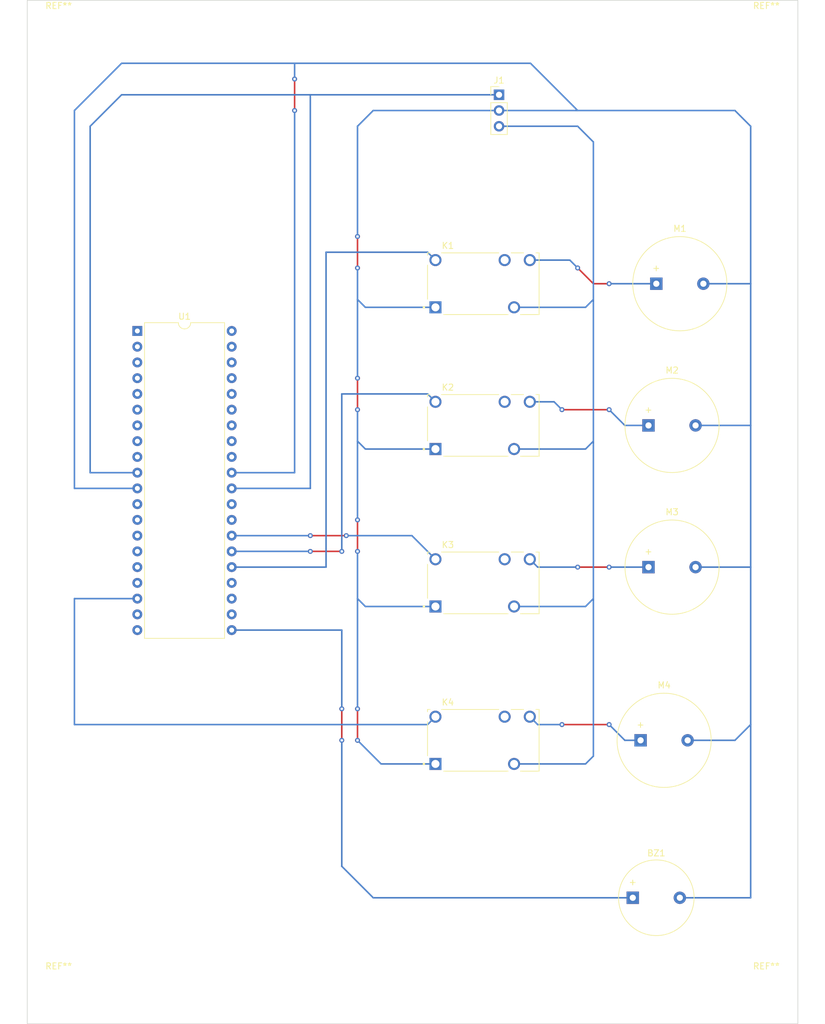
<source format=kicad_pcb>
(kicad_pcb (version 20211014) (generator pcbnew)
  (layers (0 "F.Cu" signal) (31 "B.Cu" signal) (34 "B.Paste" user) (35 "F.Paste" user) (36 "B.SilkS" user "B.Silkscreen") (37 "F.SilkS" user "F.Silkscreen") (38 "B.Mask" user) (39 "F.Mask" user) (44 "Edge.Cuts" user))
  (net 0 "")
  (net 1 "Net-(BZ1-Pad1)")
  (net 2 "Net-(BZ1-Pad2)")
  (net 3 "Net-(J1-Pad1)")
  (net 4 "Net-(J1-Pad3)")
  (net 5 "Net-(K1-PadA2)")
  (net 7 "Net-(K1-Pad14)")
  (net 8 "Net-(K2-PadA2)")
  (net 10 "Net-(K2-Pad14)")
  (net 11 "Net-(K3-PadA2)")
  (net 13 "Net-(K3-Pad14)")
  (net 14 "Net-(K4-PadA2)")
  (net 16 "Net-(K4-Pad14)")
  (footprint "MountingHole:MountingHole_3.2mm_M3" (layer "F.Cu") (at 33.02 30.48)
    (fp_text reference "REF**" (at 0 -4.2) (layer "F.SilkS"))
    (fp_text value "MountingHole_3.2mm_M3")
    (pad "" np_thru_hole circle (at 0 0) (size 3.2 3.2) (drill 3.2) (layers *.Cu *.Mask))
  )
  (footprint "Buzzer_Beeper:Buzzer_15x7.5RM7.6" (layer "F.Cu") (at 129.54 71.12)
    (fp_text reference "M1" (at 3.81 -8.89) (layer "F.SilkS"))
    (fp_text value "Motor_DC")
    (fp_text user "+" (at -0.01 -2.54) (layer "F.SilkS"))
    (fp_circle (center 3.8 0) (end 11.4 0) (layer "F.SilkS") (width 0.12) (fill none))
    (pad "1" thru_hole rect (at 0 0) (size 2 2) (drill 1) (layers *.Cu *.Mask) (net 7 "Net-(K1-Pad14)"))
    (pad "2" thru_hole circle (at 7.6 0) (size 2 2) (drill 1) (layers *.Cu *.Mask) (net 2 "Net-(BZ1-Pad2)"))
  )
  (footprint "MountingHole:MountingHole_3.2mm_M3" (layer "F.Cu") (at 33.02 185.42)
    (fp_text reference "REF**" (at 0 -4.2) (layer "F.SilkS"))
    (fp_text value "MountingHole_3.2mm_M3")
    (pad "" np_thru_hole circle (at 0 0) (size 3.2 3.2) (drill 3.2) (layers *.Cu *.Mask))
  )
  (footprint "Connector_PinHeader_2.54mm:PinHeader_1x03_P2.54mm_Vertical" (layer "F.Cu") (at 104.14 40.64)
    (fp_text reference "J1" (at 0 -2.33) (layer "F.SilkS"))
    (fp_text value "Conn_01x03")
    (fp_line (start -1.33 -1.33) (end 0 -1.33) (layer "F.SilkS") (width 0.12))
    (fp_line (start -1.33 0) (end -1.33 -1.33) (layer "F.SilkS") (width 0.12))
    (fp_line (start -1.33 1.27) (end -1.33 6.41) (layer "F.SilkS") (width 0.12))
    (fp_line (start 1.33 1.27) (end 1.33 6.41) (layer "F.SilkS") (width 0.12))
    (fp_line (start -1.33 6.41) (end 1.33 6.41) (layer "F.SilkS") (width 0.12))
    (fp_line (start -1.33 1.27) (end 1.33 1.27) (layer "F.SilkS") (width 0.12))
    (pad "1" thru_hole rect (at 0 0) (size 1.7 1.7) (drill 1) (layers *.Cu *.Mask) (net 3 "Net-(J1-Pad1)"))
    (pad "2" thru_hole oval (at 0 2.54) (size 1.7 1.7) (drill 1) (layers *.Cu *.Mask) (net 2 "Net-(BZ1-Pad2)"))
    (pad "3" thru_hole oval (at 0 5.08) (size 1.7 1.7) (drill 1) (layers *.Cu *.Mask) (net 4 "Net-(J1-Pad3)"))
  )
  (footprint "Buzzer_Beeper:Buzzer_12x9.5RM7.6" (layer "F.Cu") (at 125.74 170.18)
    (fp_text reference "BZ1" (at 3.8 -7.2) (layer "F.SilkS"))
    (fp_text value "Buzzer")
    (fp_text user "+" (at -0.01 -2.54) (layer "F.SilkS"))
    (fp_circle (center 3.8 0) (end 9.9 0) (layer "F.SilkS") (width 0.12) (fill none))
    (pad "1" thru_hole rect (at 0 0) (size 2 2) (drill 1) (layers *.Cu *.Mask) (net 1 "Net-(BZ1-Pad1)"))
    (pad "2" thru_hole circle (at 7.6 0) (size 2 2) (drill 1) (layers *.Cu *.Mask) (net 2 "Net-(BZ1-Pad2)"))
  )
  (footprint "relay:RELAY_J0971CS5VDC.45" (layer "F.Cu") (at 101.6 119.38)
    (fp_text reference "K3" (at -5.725 -6.135) (layer "F.SilkS"))
    (fp_text value "J0971CS5VDC.45")
    (fp_line (start -9.01 -3) (end -9.01 2.5) (layer "F.SilkS") (width 0.127))
    (fp_line (start 8.5 -4.975) (end 9.01 -4.975) (layer "F.SilkS") (width 0.127))
    (fp_line (start -6.75 -4.975) (end 2.5 -4.975) (layer "F.SilkS") (width 0.127))
    (fp_line (start 9.01 4.975) (end 9.01 -4.975) (layer "F.SilkS") (width 0.127))
    (fp_line (start 6 4.975) (end 9.01 4.975) (layer "F.SilkS") (width 0.127))
    (fp_line (start 4.5 -4.975) (end 6.5 -4.975) (layer "F.SilkS") (width 0.127))
    (fp_line (start -6.4 4.975) (end 4 4.975) (layer "F.SilkS") (width 0.127))
    (fp_line (start -9.01 -4.975) (end -8.6 -4.975) (layer "F.SilkS") (width 0.127))
    (fp_line (start -9.01 -4.975) (end -9.01 -4.6) (layer "F.SilkS") (width 0.127))
    (fp_circle (center -9.6 3.81) (end -9.5 3.81) (layer "F.SilkS") (width 0.2) (fill none))
    (pad "11" thru_hole circle locked (at 4.97 3.81) (size 1.95 1.95) (drill 1.3) (layers *.Cu *.Mask) (net 4 "Net-(J1-Pad3)"))
    (pad "12" thru_hole circle locked (at 3.446 -3.81) (size 1.95 1.95) (drill 1.3) (layers *.Cu *.Mask))
    (pad "14" thru_hole circle locked (at 7.51 -3.81) (size 1.95 1.95) (drill 1.3) (layers *.Cu *.Mask) (net 13 "Net-(K3-Pad14)"))
    (pad "A1" thru_hole rect locked (at -7.73 3.81) (size 1.95 1.95) (drill 1.3) (layers *.Cu *.Mask) (net 2 "Net-(BZ1-Pad2)"))
    (pad "A2" thru_hole circle locked (at -7.73 -3.81) (size 1.95 1.95) (drill 1.3) (layers *.Cu *.Mask) (net 11 "Net-(K3-PadA2)"))
  )
  (footprint "MountingHole:MountingHole_3.2mm_M3" (layer "F.Cu") (at 147.32 30.48)
    (fp_text reference "REF**" (at 0 -4.2) (layer "F.SilkS"))
    (fp_text value "MountingHole_3.2mm_M3")
    (pad "" np_thru_hole circle (at 0 0) (size 3.2 3.2) (drill 3.2) (layers *.Cu *.Mask))
  )
  (footprint "Buzzer_Beeper:Buzzer_15x7.5RM7.6" (layer "F.Cu") (at 128.28 116.84)
    (fp_text reference "M3" (at 3.81 -8.89) (layer "F.SilkS"))
    (fp_text value "Motor_DC")
    (fp_text user "+" (at -0.01 -2.54) (layer "F.SilkS"))
    (fp_circle (center 3.8 0) (end 11.4 0) (layer "F.SilkS") (width 0.12) (fill none))
    (pad "1" thru_hole rect (at 0 0) (size 2 2) (drill 1) (layers *.Cu *.Mask) (net 13 "Net-(K3-Pad14)"))
    (pad "2" thru_hole circle (at 7.6 0) (size 2 2) (drill 1) (layers *.Cu *.Mask) (net 2 "Net-(BZ1-Pad2)"))
  )
  (footprint "Package_DIP:DIP-40_W15.24mm" (layer "F.Cu") (at 45.72 78.74)
    (fp_text reference "U1" (at 7.62 -2.33) (layer "F.SilkS"))
    (fp_text value "ATmega32A-P")
    (fp_line (start 14.08 -1.33) (end 8.62 -1.33) (layer "F.SilkS") (width 0.12))
    (fp_line (start 14.08 49.59) (end 14.08 -1.33) (layer "F.SilkS") (width 0.12))
    (fp_line (start 6.62 -1.33) (end 1.16 -1.33) (layer "F.SilkS") (width 0.12))
    (fp_line (start 1.16 49.59) (end 14.08 49.59) (layer "F.SilkS") (width 0.12))
    (fp_line (start 1.16 -1.33) (end 1.16 49.59) (layer "F.SilkS") (width 0.12))
    (fp_arc (start 8.62 -1.33) (mid 7.62 -0.33) (end 6.62 -1.33) (layer "F.SilkS") (width 0.12))
    (pad "1" thru_hole rect (at 0 0) (size 1.6 1.6) (drill 0.8) (layers *.Cu *.Mask))
    (pad "2" thru_hole oval (at 0 2.54) (size 1.6 1.6) (drill 0.8) (layers *.Cu *.Mask))
    (pad "3" thru_hole oval (at 0 5.08) (size 1.6 1.6) (drill 0.8) (layers *.Cu *.Mask))
    (pad "4" thru_hole oval (at 0 7.62) (size 1.6 1.6) (drill 0.8) (layers *.Cu *.Mask))
    (pad "5" thru_hole oval (at 0 10.16) (size 1.6 1.6) (drill 0.8) (layers *.Cu *.Mask))
    (pad "6" thru_hole oval (at 0 12.7) (size 1.6 1.6) (drill 0.8) (layers *.Cu *.Mask))
    (pad "7" thru_hole oval (at 0 15.24) (size 1.6 1.6) (drill 0.8) (layers *.Cu *.Mask))
    (pad "8" thru_hole oval (at 0 17.78) (size 1.6 1.6) (drill 0.8) (layers *.Cu *.Mask))
    (pad "9" thru_hole oval (at 0 20.32) (size 1.6 1.6) (drill 0.8) (layers *.Cu *.Mask))
    (pad "10" thru_hole oval (at 0 22.86) (size 1.6 1.6) (drill 0.8) (layers *.Cu *.Mask) (net 3 "Net-(J1-Pad1)"))
    (pad "11" thru_hole oval (at 0 25.4) (size 1.6 1.6) (drill 0.8) (layers *.Cu *.Mask) (net 2 "Net-(BZ1-Pad2)"))
    (pad "12" thru_hole oval (at 0 27.94) (size 1.6 1.6) (drill 0.8) (layers *.Cu *.Mask))
    (pad "13" thru_hole oval (at 0 30.48) (size 1.6 1.6) (drill 0.8) (layers *.Cu *.Mask))
    (pad "14" thru_hole oval (at 0 33.02) (size 1.6 1.6) (drill 0.8) (layers *.Cu *.Mask))
    (pad "15" thru_hole oval (at 0 35.56) (size 1.6 1.6) (drill 0.8) (layers *.Cu *.Mask))
    (pad "16" thru_hole oval (at 0 38.1) (size 1.6 1.6) (drill 0.8) (layers *.Cu *.Mask))
    (pad "17" thru_hole oval (at 0 40.64) (size 1.6 1.6) (drill 0.8) (layers *.Cu *.Mask))
    (pad "18" thru_hole oval (at 0 43.18) (size 1.6 1.6) (drill 0.8) (layers *.Cu *.Mask) (net 14 "Net-(K4-PadA2)"))
    (pad "19" thru_hole oval (at 0 45.72) (size 1.6 1.6) (drill 0.8) (layers *.Cu *.Mask))
    (pad "20" thru_hole oval (at 0 48.26) (size 1.6 1.6) (drill 0.8) (layers *.Cu *.Mask))
    (pad "21" thru_hole oval (at 15.24 48.26) (size 1.6 1.6) (drill 0.8) (layers *.Cu *.Mask) (net 1 "Net-(BZ1-Pad1)"))
    (pad "22" thru_hole oval (at 15.24 45.72) (size 1.6 1.6) (drill 0.8) (layers *.Cu *.Mask))
    (pad "23" thru_hole oval (at 15.24 43.18) (size 1.6 1.6) (drill 0.8) (layers *.Cu *.Mask))
    (pad "24" thru_hole oval (at 15.24 40.64) (size 1.6 1.6) (drill 0.8) (layers *.Cu *.Mask))
    (pad "25" thru_hole oval (at 15.24 38.1) (size 1.6 1.6) (drill 0.8) (layers *.Cu *.Mask) (net 5 "Net-(K1-PadA2)"))
    (pad "26" thru_hole oval (at 15.24 35.56) (size 1.6 1.6) (drill 0.8) (layers *.Cu *.Mask) (net 8 "Net-(K2-PadA2)"))
    (pad "27" thru_hole oval (at 15.24 33.02) (size 1.6 1.6) (drill 0.8) (layers *.Cu *.Mask) (net 11 "Net-(K3-PadA2)"))
    (pad "28" thru_hole oval (at 15.24 30.48) (size 1.6 1.6) (drill 0.8) (layers *.Cu *.Mask))
    (pad "29" thru_hole oval (at 15.24 27.94) (size 1.6 1.6) (drill 0.8) (layers *.Cu *.Mask))
    (pad "30" thru_hole oval (at 15.24 25.4) (size 1.6 1.6) (drill 0.8) (layers *.Cu *.Mask) (net 3 "Net-(J1-Pad1)"))
    (pad "31" thru_hole oval (at 15.24 22.86) (size 1.6 1.6) (drill 0.8) (layers *.Cu *.Mask) (net 2 "Net-(BZ1-Pad2)"))
    (pad "32" thru_hole oval (at 15.24 20.32) (size 1.6 1.6) (drill 0.8) (layers *.Cu *.Mask))
    (pad "33" thru_hole oval (at 15.24 17.78) (size 1.6 1.6) (drill 0.8) (layers *.Cu *.Mask))
    (pad "34" thru_hole oval (at 15.24 15.24) (size 1.6 1.6) (drill 0.8) (layers *.Cu *.Mask))
    (pad "35" thru_hole oval (at 15.24 12.7) (size 1.6 1.6) (drill 0.8) (layers *.Cu *.Mask))
    (pad "36" thru_hole oval (at 15.24 10.16) (size 1.6 1.6) (drill 0.8) (layers *.Cu *.Mask))
    (pad "37" thru_hole oval (at 15.24 7.62) (size 1.6 1.6) (drill 0.8) (layers *.Cu *.Mask))
    (pad "38" thru_hole oval (at 15.24 5.08) (size 1.6 1.6) (drill 0.8) (layers *.Cu *.Mask))
    (pad "39" thru_hole oval (at 15.24 2.54) (size 1.6 1.6) (drill 0.8) (layers *.Cu *.Mask))
    (pad "40" thru_hole oval (at 15.24 0) (size 1.6 1.6) (drill 0.8) (layers *.Cu *.Mask))
  )
  (footprint "Buzzer_Beeper:Buzzer_15x7.5RM7.6" (layer "F.Cu") (at 127 144.78)
    (fp_text reference "M4" (at 3.81 -8.89) (layer "F.SilkS"))
    (fp_text value "Motor_DC")
    (fp_text user "+" (at -0.01 -2.54) (layer "F.SilkS"))
    (fp_circle (center 3.8 0) (end 11.4 0) (layer "F.SilkS") (width 0.12) (fill none))
    (pad "1" thru_hole rect (at 0 0) (size 2 2) (drill 1) (layers *.Cu *.Mask) (net 16 "Net-(K4-Pad14)"))
    (pad "2" thru_hole circle (at 7.6 0) (size 2 2) (drill 1) (layers *.Cu *.Mask) (net 2 "Net-(BZ1-Pad2)"))
  )
  (footprint "relay:RELAY_J0971CS5VDC.45" (layer "F.Cu") (at 101.6 71.12)
    (fp_text reference "K1" (at -5.725 -6.135) (layer "F.SilkS"))
    (fp_text value "J0971CS5VDC.45")
    (fp_line (start -9.01 -3) (end -9.01 2.5) (layer "F.SilkS") (width 0.127))
    (fp_line (start 8.5 -4.975) (end 9.01 -4.975) (layer "F.SilkS") (width 0.127))
    (fp_line (start -6.4 4.975) (end 4 4.975) (layer "F.SilkS") (width 0.127))
    (fp_line (start -6.75 -4.975) (end 2.5 -4.975) (layer "F.SilkS") (width 0.127))
    (fp_line (start 6 4.975) (end 9.01 4.975) (layer "F.SilkS") (width 0.127))
    (fp_line (start 9.01 4.975) (end 9.01 -4.975) (layer "F.SilkS") (width 0.127))
    (fp_line (start 4.5 -4.975) (end 6.5 -4.975) (layer "F.SilkS") (width 0.127))
    (fp_line (start -9.01 -4.975) (end -8.6 -4.975) (layer "F.SilkS") (width 0.127))
    (fp_line (start -9.01 -4.975) (end -9.01 -4.6) (layer "F.SilkS") (width 0.127))
    (fp_circle (center -9.6 3.81) (end -9.5 3.81) (layer "F.SilkS") (width 0.2) (fill none))
    (pad "11" thru_hole circle locked (at 4.97 3.81) (size 1.95 1.95) (drill 1.3) (layers *.Cu *.Mask) (net 4 "Net-(J1-Pad3)"))
    (pad "12" thru_hole circle locked (at 3.446 -3.81) (size 1.95 1.95) (drill 1.3) (layers *.Cu *.Mask))
    (pad "14" thru_hole circle locked (at 7.51 -3.81) (size 1.95 1.95) (drill 1.3) (layers *.Cu *.Mask) (net 7 "Net-(K1-Pad14)"))
    (pad "A1" thru_hole rect locked (at -7.73 3.81) (size 1.95 1.95) (drill 1.3) (layers *.Cu *.Mask) (net 2 "Net-(BZ1-Pad2)"))
    (pad "A2" thru_hole circle locked (at -7.73 -3.81) (size 1.95 1.95) (drill 1.3) (layers *.Cu *.Mask) (net 5 "Net-(K1-PadA2)"))
  )
  (footprint "MountingHole:MountingHole_3.2mm_M3" (layer "F.Cu") (at 147.32 185.42)
    (fp_text reference "REF**" (at 0 -4.2) (layer "F.SilkS"))
    (fp_text value "MountingHole_3.2mm_M3")
    (pad "" np_thru_hole circle (at 0 0) (size 3.2 3.2) (drill 3.2) (layers *.Cu *.Mask))
  )
  (footprint "relay:RELAY_J0971CS5VDC.45" (layer "F.Cu") (at 101.6 93.98)
    (fp_text reference "K2" (at -5.725 -6.135) (layer "F.SilkS"))
    (fp_text value "J0971CS5VDC.45")
    (fp_line (start 8.5 -4.975) (end 9.01 -4.975) (layer "F.SilkS") (width 0.127))
    (fp_line (start -9.01 -4.975) (end -9.01 -4.6) (layer "F.SilkS") (width 0.127))
    (fp_line (start -6.4 4.975) (end 4 4.975) (layer "F.SilkS") (width 0.127))
    (fp_line (start 4.5 -4.975) (end 6.5 -4.975) (layer "F.SilkS") (width 0.127))
    (fp_line (start -9.01 -3) (end -9.01 2.5) (layer "F.SilkS") (width 0.127))
    (fp_line (start -6.75 -4.975) (end 2.5 -4.975) (layer "F.SilkS") (width 0.127))
    (fp_line (start 6 4.975) (end 9.01 4.975) (layer "F.SilkS") (width 0.127))
    (fp_line (start 9.01 4.975) (end 9.01 -4.975) (layer "F.SilkS") (width 0.127))
    (fp_line (start -9.01 -4.975) (end -8.6 -4.975) (layer "F.SilkS") (width 0.127))
    (fp_circle (center -9.6 3.81) (end -9.5 3.81) (layer "F.SilkS") (width 0.2) (fill none))
    (pad "11" thru_hole circle locked (at 4.97 3.81) (size 1.95 1.95) (drill 1.3) (layers *.Cu *.Mask) (net 4 "Net-(J1-Pad3)"))
    (pad "12" thru_hole circle locked (at 3.446 -3.81) (size 1.95 1.95) (drill 1.3) (layers *.Cu *.Mask))
    (pad "14" thru_hole circle locked (at 7.51 -3.81) (size 1.95 1.95) (drill 1.3) (layers *.Cu *.Mask) (net 10 "Net-(K2-Pad14)"))
    (pad "A1" thru_hole rect locked (at -7.73 3.81) (size 1.95 1.95) (drill 1.3) (layers *.Cu *.Mask) (net 2 "Net-(BZ1-Pad2)"))
    (pad "A2" thru_hole circle locked (at -7.73 -3.81) (size 1.95 1.95) (drill 1.3) (layers *.Cu *.Mask) (net 8 "Net-(K2-PadA2)"))
  )
  (footprint "Buzzer_Beeper:Buzzer_15x7.5RM7.6" (layer "F.Cu") (at 128.28 93.98)
    (fp_text reference "M2" (at 3.81 -8.89) (layer "F.SilkS"))
    (fp_text value "Motor_DC")
    (fp_text user "+" (at -0.01 -2.54) (layer "F.SilkS"))
    (fp_circle (center 3.8 0) (end 11.4 0) (layer "F.SilkS") (width 0.12) (fill none))
    (pad "1" thru_hole rect (at 0 0) (size 2 2) (drill 1) (layers *.Cu *.Mask) (net 10 "Net-(K2-Pad14)"))
    (pad "2" thru_hole circle (at 7.6 0) (size 2 2) (drill 1) (layers *.Cu *.Mask) (net 2 "Net-(BZ1-Pad2)"))
  )
  (footprint "relay:RELAY_J0971CS5VDC.45" (layer "F.Cu") (at 101.6 144.78)
    (fp_text reference "K4" (at -5.725 -6.135) (layer "F.SilkS"))
    (fp_text value "J0971CS5VDC.45")
    (fp_line (start -9.01 -4.975) (end -8.6 -4.975) (layer "F.SilkS") (width 0.127))
    (fp_line (start -9.01 -4.975) (end -9.01 -4.6) (layer "F.SilkS") (width 0.127))
    (fp_line (start 4.5 -4.975) (end 6.5 -4.975) (layer "F.SilkS") (width 0.127))
    (fp_line (start -6.75 -4.975) (end 2.5 -4.975) (layer "F.SilkS") (width 0.127))
    (fp_line (start 9.01 4.975) (end 9.01 -4.975) (layer "F.SilkS") (width 0.127))
    (fp_line (start 8.5 -4.975) (end 9.01 -4.975) (layer "F.SilkS") (width 0.127))
    (fp_line (start -9.01 -3) (end -9.01 2.5) (layer "F.SilkS") (width 0.127))
    (fp_line (start -6.4 4.975) (end 4 4.975) (layer "F.SilkS") (width 0.127))
    (fp_line (start 6 4.975) (end 9.01 4.975) (layer "F.SilkS") (width 0.127))
    (fp_circle (center -9.6 3.81) (end -9.5 3.81) (layer "F.SilkS") (width 0.2) (fill none))
    (pad "11" thru_hole circle locked (at 4.97 3.81) (size 1.95 1.95) (drill 1.3) (layers *.Cu *.Mask) (net 4 "Net-(J1-Pad3)"))
    (pad "12" thru_hole circle locked (at 3.446 -3.81) (size 1.95 1.95) (drill 1.3) (layers *.Cu *.Mask))
    (pad "14" thru_hole circle locked (at 7.51 -3.81) (size 1.95 1.95) (drill 1.3) (layers *.Cu *.Mask) (net 16 "Net-(K4-Pad14)"))
    (pad "A1" thru_hole rect locked (at -7.73 3.81) (size 1.95 1.95) (drill 1.3) (layers *.Cu *.Mask) (net 2 "Net-(BZ1-Pad2)"))
    (pad "A2" thru_hole circle locked (at -7.73 -3.81) (size 1.95 1.95) (drill 1.3) (layers *.Cu *.Mask) (net 14 "Net-(K4-PadA2)"))
  )
  (gr_rect (start 27.94 25.4) (end 152.4 190.5) (layer "Edge.Cuts") (width 0.1) (fill none))
  (segment (start 78.74 139.7) (end 78.74 144.78) (width 0.25) (layer "F.Cu") (net 1))
  (via (at 78.74 144.78) (size 0.8) (drill 0.4) (layers "F.Cu" "B.Cu") (net 1))
  (via (at 78.74 139.7) (size 0.8) (drill 0.4) (layers "F.Cu" "B.Cu") (net 1))
  (segment (start 78.74 127) (end 78.74 139.7) (width 0.25) (layer "B.Cu") (net 1))
  (segment (start 78.74 165.1) (end 83.82 170.18) (width 0.25) (layer "B.Cu") (net 1))
  (segment (start 78.74 144.78) (end 78.74 165.1) (width 0.25) (layer "B.Cu") (net 1))
  (segment (start 60.96 127) (end 78.74 127) (width 0.25) (layer "B.Cu") (net 1))
  (segment (start 83.82 170.18) (end 125.74 170.18) (width 0.25) (layer "B.Cu") (net 1))
  (segment (start 81.28 139.7) (end 81.28 144.78) (width 0.25) (layer "F.Cu") (net 2))
  (segment (start 81.28 86.36) (end 81.28 91.44) (width 0.25) (layer "F.Cu") (net 2))
  (segment (start 81.28 63.5) (end 81.28 68.58) (width 0.25) (layer "F.Cu") (net 2))
  (segment (start 71.12 43.18) (end 71.12 38.1) (width 0.25) (layer "F.Cu") (net 2))
  (segment (start 81.28 109.22) (end 81.28 114.3) (width 0.25) (layer "F.Cu") (net 2))
  (via (at 81.28 109.22) (size 0.8) (drill 0.4) (layers "F.Cu" "B.Cu") (net 2))
  (via (at 81.28 86.36) (size 0.8) (drill 0.4) (layers "F.Cu" "B.Cu") (net 2))
  (via (at 81.28 91.44) (size 0.8) (drill 0.4) (layers "F.Cu" "B.Cu") (net 2))
  (via (at 81.28 63.5) (size 0.8) (drill 0.4) (layers "F.Cu" "B.Cu") (net 2))
  (via (at 81.28 114.3) (size 0.8) (drill 0.4) (layers "F.Cu" "B.Cu") (net 2))
  (via (at 81.28 68.58) (size 0.8) (drill 0.4) (layers "F.Cu" "B.Cu") (net 2))
  (via (at 81.28 144.78) (size 0.8) (drill 0.4) (layers "F.Cu" "B.Cu") (net 2))
  (via (at 71.12 38.1) (size 0.8) (drill 0.4) (layers "F.Cu" "B.Cu") (net 2))
  (via (at 81.28 139.7) (size 0.8) (drill 0.4) (layers "F.Cu" "B.Cu") (net 2))
  (via (at 71.12 43.18) (size 0.8) (drill 0.4) (layers "F.Cu" "B.Cu") (net 2))
  (segment (start 85.09 148.59) (end 93.87 148.59) (width 0.25) (layer "B.Cu") (net 2))
  (segment (start 82.55 97.79) (end 93.87 97.79) (width 0.25) (layer "B.Cu") (net 2))
  (segment (start 81.28 91.44) (end 81.28 96.52) (width 0.25) (layer "B.Cu") (net 2))
  (segment (start 81.28 68.58) (end 81.28 73.66) (width 0.25) (layer "B.Cu") (net 2))
  (segment (start 116.84 43.18) (end 109.22 35.56) (width 0.25) (layer "B.Cu") (net 2))
  (segment (start 144.78 71.12) (end 144.78 93.98) (width 0.25) (layer "B.Cu") (net 2))
  (segment (start 144.78 116.84) (end 135.88 116.84) (width 0.25) (layer "B.Cu") (net 2))
  (segment (start 71.12 101.6) (end 71.12 43.18) (width 0.25) (layer "B.Cu") (net 2))
  (segment (start 144.78 93.98) (end 144.78 116.84) (width 0.25) (layer "B.Cu") (net 2))
  (segment (start 81.28 121.92) (end 81.28 139.7) (width 0.25) (layer "B.Cu") (net 2))
  (segment (start 144.78 71.12) (end 137.14 71.12) (width 0.25) (layer "B.Cu") (net 2))
  (segment (start 81.28 121.92) (end 82.55 123.19) (width 0.25) (layer "B.Cu") (net 2))
  (segment (start 81.28 73.66) (end 81.28 86.36) (width 0.25) (layer "B.Cu") (net 2))
  (segment (start 144.78 93.98) (end 135.88 93.98) (width 0.25) (layer "B.Cu") (net 2))
  (segment (start 43.18 35.56) (end 35.56 43.18) (width 0.25) (layer "B.Cu") (net 2))
  (segment (start 104.14 43.18) (end 116.84 43.18) (width 0.25) (layer "B.Cu") (net 2))
  (segment (start 83.82 43.18) (end 81.28 45.72) (width 0.25) (layer "B.Cu") (net 2))
  (segment (start 142.24 43.18) (end 144.78 45.72) (width 0.25) (layer "B.Cu") (net 2))
  (segment (start 35.56 104.14) (end 45.72 104.14) (width 0.25) (layer "B.Cu") (net 2))
  (segment (start 81.28 96.52) (end 81.28 109.22) (width 0.25) (layer "B.Cu") (net 2))
  (segment (start 35.56 43.18) (end 35.56 104.14) (width 0.25) (layer "B.Cu") (net 2))
  (segment (start 81.28 114.3) (end 81.28 121.92) (width 0.25) (layer "B.Cu") (net 2))
  (segment (start 144.78 116.84) (end 144.78 142.24) (width 0.25) (layer "B.Cu") (net 2))
  (segment (start 81.28 45.72) (end 81.28 63.5) (width 0.25) (layer "B.Cu") (net 2))
  (segment (start 60.96 101.6) (end 71.12 101.6) (width 0.25) (layer "B.Cu") (net 2))
  (segment (start 81.28 73.66) (end 82.55 74.93) (width 0.25) (layer "B.Cu") (net 2))
  (segment (start 144.78 45.72) (end 144.78 71.12) (width 0.25) (layer "B.Cu") (net 2))
  (segment (start 144.78 142.24) (end 142.24 144.78) (width 0.25) (layer "B.Cu") (net 2))
  (segment (start 81.28 96.52) (end 82.55 97.79) (width 0.25) (layer "B.Cu") (net 2))
  (segment (start 116.84 43.18) (end 142.24 43.18) (width 0.25) (layer "B.Cu") (net 2))
  (segment (start 81.28 144.78) (end 85.09 148.59) (width 0.25) (layer "B.Cu") (net 2))
  (segment (start 82.55 123.19) (end 93.87 123.19) (width 0.25) (layer "B.Cu") (net 2))
  (segment (start 144.78 142.24) (end 144.78 170.18) (width 0.25) (layer "B.Cu") (net 2))
  (segment (start 104.14 43.18) (end 83.82 43.18) (width 0.25) (layer "B.Cu") (net 2))
  (segment (start 144.78 170.18) (end 133.34 170.18) (width 0.25) (layer "B.Cu") (net 2))
  (segment (start 109.22 35.56) (end 43.18 35.56) (width 0.25) (layer "B.Cu") (net 2))
  (segment (start 142.24 144.78) (end 134.6 144.78) (width 0.25) (layer "B.Cu") (net 2))
  (segment (start 82.55 74.93) (end 93.87 74.93) (width 0.25) (layer "B.Cu") (net 2))
  (segment (start 71.12 38.1) (end 71.12 35.56) (width 0.25) (layer "B.Cu") (net 2))
  (segment (start 73.66 40.64) (end 43.18 40.64) (width 0.25) (layer "B.Cu") (net 3))
  (segment (start 43.18 40.64) (end 38.1 45.72) (width 0.25) (layer "B.Cu") (net 3))
  (segment (start 38.1 101.6) (end 45.72 101.6) (width 0.25) (layer "B.Cu") (net 3))
  (segment (start 38.1 45.72) (end 38.1 101.6) (width 0.25) (layer "B.Cu") (net 3))
  (segment (start 73.66 40.64) (end 73.66 104.14) (width 0.25) (layer "B.Cu") (net 3))
  (segment (start 104.14 40.64) (end 73.66 40.64) (width 0.25) (layer "B.Cu") (net 3))
  (segment (start 73.66 104.14) (end 60.96 104.14) (width 0.25) (layer "B.Cu") (net 3))
  (segment (start 119.38 73.66) (end 119.38 96.52) (width 0.25) (layer "B.Cu") (net 4))
  (segment (start 119.38 96.52) (end 119.38 121.92) (width 0.25) (layer "B.Cu") (net 4))
  (segment (start 118.11 148.59) (end 106.57 148.59) (width 0.25) (layer "B.Cu") (net 4))
  (segment (start 104.14 45.72) (end 116.84 45.72) (width 0.25) (layer "B.Cu") (net 4))
  (segment (start 119.38 73.66) (end 118.11 74.93) (width 0.25) (layer "B.Cu") (net 4))
  (segment (start 118.11 97.79) (end 106.57 97.79) (width 0.25) (layer "B.Cu") (net 4))
  (segment (start 119.38 121.92) (end 118.11 123.19) (width 0.25) (layer "B.Cu") (net 4))
  (segment (start 119.38 96.52) (end 118.11 97.79) (width 0.25) (layer "B.Cu") (net 4))
  (segment (start 119.38 147.32) (end 118.11 148.59) (width 0.25) (layer "B.Cu") (net 4))
  (segment (start 116.84 45.72) (end 119.38 48.26) (width 0.25) (layer "B.Cu") (net 4))
  (segment (start 119.38 48.26) (end 119.38 73.66) (width 0.25) (layer "B.Cu") (net 4))
  (segment (start 119.38 121.92) (end 119.38 147.32) (width 0.25) (layer "B.Cu") (net 4))
  (segment (start 118.11 123.19) (end 106.57 123.19) (width 0.25) (layer "B.Cu") (net 4))
  (segment (start 118.11 74.93) (end 106.57 74.93) (width 0.25) (layer "B.Cu") (net 4))
  (segment (start 76.2 116.84) (end 76.2 66.04) (width 0.25) (layer "B.Cu") (net 5))
  (segment (start 60.96 116.84) (end 76.2 116.84) (width 0.25) (layer "B.Cu") (net 5))
  (segment (start 92.6 66.04) (end 93.87 67.31) (width 0.25) (layer "B.Cu") (net 5))
  (segment (start 76.2 66.04) (end 92.6 66.04) (width 0.25) (layer "B.Cu") (net 5))
  (segment (start 116.84 68.58) (end 119.38 71.12) (width 0.25) (layer "F.Cu") (net 7))
  (segment (start 119.38 71.12) (end 121.92 71.12) (width 0.25) (layer "F.Cu") (net 7))
  (via (at 116.84 68.58) (size 0.8) (drill 0.4) (layers "F.Cu" "B.Cu") (net 7))
  (via (at 121.92 71.12) (size 0.8) (drill 0.4) (layers "F.Cu" "B.Cu") (net 7))
  (segment (start 109.11 67.31) (end 115.57 67.31) (width 0.25) (layer "B.Cu") (net 7))
  (segment (start 121.92 71.12) (end 129.54 71.12) (width 0.25) (layer "B.Cu") (net 7))
  (segment (start 115.57 67.31) (end 116.84 68.58) (width 0.25) (layer "B.Cu") (net 7))
  (segment (start 73.66 114.3) (end 78.74 114.3) (width 0.25) (layer "F.Cu") (net 8))
  (via (at 73.66 114.3) (size 0.8) (drill 0.4) (layers "F.Cu" "B.Cu") (net 8))
  (via (at 78.74 114.3) (size 0.8) (drill 0.4) (layers "F.Cu" "B.Cu") (net 8))
  (segment (start 78.74 114.3) (end 78.74 88.9) (width 0.25) (layer "B.Cu") (net 8))
  (segment (start 60.96 114.3) (end 73.66 114.3) (width 0.25) (layer "B.Cu") (net 8))
  (segment (start 78.74 88.9) (end 92.6 88.9) (width 0.25) (layer "B.Cu") (net 8))
  (segment (start 92.6 88.9) (end 93.87 90.17) (width 0.25) (layer "B.Cu") (net 8))
  (segment (start 114.3 91.44) (end 121.92 91.44) (width 0.25) (layer "F.Cu") (net 10))
  (via (at 114.3 91.44) (size 0.8) (drill 0.4) (layers "F.Cu" "B.Cu") (net 10))
  (via (at 121.92 91.44) (size 0.8) (drill 0.4) (layers "F.Cu" "B.Cu") (net 10))
  (segment (start 109.11 90.17) (end 113.03 90.17) (width 0.25) (layer "B.Cu") (net 10))
  (segment (start 113.03 90.17) (end 114.3 91.44) (width 0.25) (layer "B.Cu") (net 10))
  (segment (start 121.92 91.44) (end 124.46 93.98) (width 0.25) (layer "B.Cu") (net 10))
  (segment (start 124.46 93.98) (end 128.28 93.98) (width 0.25) (layer "B.Cu") (net 10))
  (segment (start 73.66 111.76) (end 79.4645 111.76) (width 0.25) (layer "F.Cu") (net 11))
  (via (at 79.4645 111.76) (size 0.8) (drill 0.4) (layers "F.Cu" "B.Cu") (net 11))
  (via (at 73.66 111.76) (size 0.8) (drill 0.4) (layers "F.Cu" "B.Cu") (net 11))
  (segment (start 90.06 111.76) (end 93.87 115.57) (width 0.25) (layer "B.Cu") (net 11))
  (segment (start 79.4645 111.76) (end 90.06 111.76) (width 0.25) (layer "B.Cu") (net 11))
  (segment (start 60.96 111.76) (end 73.66 111.76) (width 0.25) (layer "B.Cu") (net 11))
  (segment (start 116.84 116.84) (end 121.92 116.84) (width 0.25) (layer "F.Cu") (net 13))
  (via (at 121.92 116.84) (size 0.8) (drill 0.4) (layers "F.Cu" "B.Cu") (net 13))
  (via (at 116.84 116.84) (size 0.8) (drill 0.4) (layers "F.Cu" "B.Cu") (net 13))
  (segment (start 109.11 115.57) (end 110.38 116.84) (width 0.25) (layer "B.Cu") (net 13))
  (segment (start 121.92 116.84) (end 128.28 116.84) (width 0.25) (layer "B.Cu") (net 13))
  (segment (start 110.38 116.84) (end 116.84 116.84) (width 0.25) (layer "B.Cu") (net 13))
  (segment (start 35.56 121.92) (end 35.56 142.24) (width 0.25) (layer "B.Cu") (net 14))
  (segment (start 35.56 142.24) (end 92.6 142.24) (width 0.25) (layer "B.Cu") (net 14))
  (segment (start 45.72 121.92) (end 35.56 121.92) (width 0.25) (layer "B.Cu") (net 14))
  (segment (start 92.6 142.24) (end 93.87 140.97) (width 0.25) (layer "B.Cu") (net 14))
  (segment (start 114.3 142.24) (end 121.92 142.24) (width 0.25) (layer "F.Cu") (net 16))
  (via (at 114.3 142.24) (size 0.8) (drill 0.4) (layers "F.Cu" "B.Cu") (net 16))
  (via (at 121.92 142.24) (size 0.8) (drill 0.4) (layers "F.Cu" "B.Cu") (net 16))
  (segment (start 124.46 144.78) (end 127 144.78) (width 0.25) (layer "B.Cu") (net 16))
  (segment (start 110.38 142.24) (end 114.3 142.24) (width 0.25) (layer "B.Cu") (net 16))
  (segment (start 121.92 142.24) (end 124.46 144.78) (width 0.25) (layer "B.Cu") (net 16))
  (segment (start 109.11 140.97) (end 110.38 142.24) (width 0.25) (layer "B.Cu") (net 16))
)
</source>
